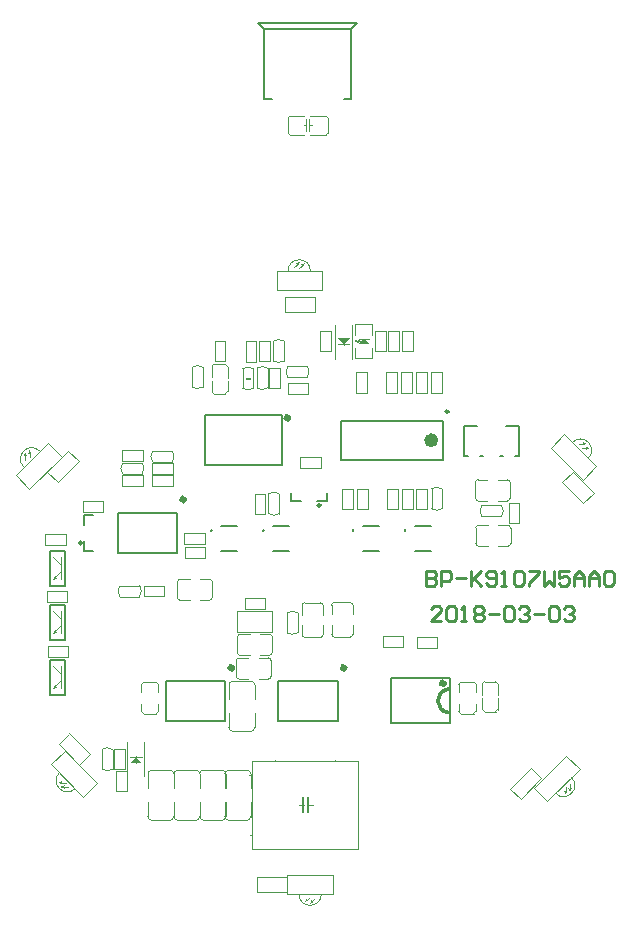
<source format=gto>
%FSLAX25Y25*%
%MOIN*%
G70*
G01*
G75*
%ADD10C,0.00787*%
%ADD11C,0.01181*%
%ADD12C,0.01969*%
%ADD13R,0.01969X0.03937*%
G04:AMPARAMS|DCode=14|XSize=19.69mil|YSize=39.37mil|CornerRadius=0mil|HoleSize=0mil|Usage=FLASHONLY|Rotation=315.000|XOffset=0mil|YOffset=0mil|HoleType=Round|Shape=Rectangle|*
%AMROTATEDRECTD14*
4,1,4,-0.02088,-0.00696,0.00696,0.02088,0.02088,0.00696,-0.00696,-0.02088,-0.02088,-0.00696,0.0*
%
%ADD14ROTATEDRECTD14*%

G04:AMPARAMS|DCode=15|XSize=19.69mil|YSize=39.37mil|CornerRadius=0mil|HoleSize=0mil|Usage=FLASHONLY|Rotation=225.000|XOffset=0mil|YOffset=0mil|HoleType=Round|Shape=Rectangle|*
%AMROTATEDRECTD15*
4,1,4,-0.00696,0.02088,0.02088,-0.00696,0.00696,-0.02088,-0.02088,0.00696,-0.00696,0.02088,0.0*
%
%ADD15ROTATEDRECTD15*%

%ADD16R,0.03937X0.04724*%
G04:AMPARAMS|DCode=17|XSize=23.62mil|YSize=35.43mil|CornerRadius=0mil|HoleSize=0mil|Usage=FLASHONLY|Rotation=45.000|XOffset=0mil|YOffset=0mil|HoleType=Round|Shape=Rectangle|*
%AMROTATEDRECTD17*
4,1,4,0.00418,-0.02088,-0.02088,0.00418,-0.00418,0.02088,0.02088,-0.00418,0.00418,-0.02088,0.0*
%
%ADD17ROTATEDRECTD17*%

G04:AMPARAMS|DCode=18|XSize=23.62mil|YSize=35.43mil|CornerRadius=0mil|HoleSize=0mil|Usage=FLASHONLY|Rotation=315.000|XOffset=0mil|YOffset=0mil|HoleType=Round|Shape=Rectangle|*
%AMROTATEDRECTD18*
4,1,4,-0.02088,-0.00418,0.00418,0.02088,0.02088,0.00418,-0.00418,-0.02088,-0.02088,-0.00418,0.0*
%
%ADD18ROTATEDRECTD18*%

%ADD19R,0.03150X0.05118*%
%ADD20R,0.04724X0.03543*%
%ADD21R,0.01969X0.02362*%
%ADD22R,0.02362X0.01969*%
%ADD23R,0.02362X0.03543*%
%ADD24R,0.03937X0.02756*%
%ADD25R,0.02756X0.04921*%
%ADD26O,0.02362X0.05512*%
%ADD27R,0.02362X0.05512*%
%ADD28O,0.02362X0.07874*%
%ADD29R,0.01575X0.03937*%
%ADD30R,0.03937X0.03543*%
%ADD31R,0.01969X0.01575*%
%ADD32O,0.07480X0.12992*%
%ADD33R,0.02362X0.07874*%
%ADD34R,0.03150X0.07874*%
%ADD35R,0.01575X0.04724*%
%ADD36R,0.03543X0.03937*%
%ADD37R,0.06693X0.03543*%
%ADD38R,0.03543X0.02362*%
%ADD39R,0.04921X0.02756*%
%ADD40O,0.15748X0.11811*%
%ADD41O,0.07874X0.11811*%
%ADD42C,0.07874*%
%ADD43C,0.05906*%
%ADD44C,0.11811*%
%ADD45C,0.03937*%
%ADD46C,0.04724*%
%ADD47R,0.24200X0.17200*%
%ADD48R,0.05300X0.03507*%
%ADD49R,0.15182X0.11426*%
%ADD50R,0.14567X0.16142*%
%ADD51R,0.05512X0.13780*%
%ADD52R,0.08661X0.14173*%
%ADD53R,0.05906X0.13780*%
%ADD54R,0.19291X0.03830*%
%ADD55R,0.06400X0.17200*%
%ADD56R,0.29300X0.12570*%
%ADD57R,0.09645X0.14900*%
%ADD58O,0.05906X0.07874*%
%ADD59C,0.02362*%
%ADD60C,0.09843*%
%ADD61O,0.07874X0.05906*%
%ADD62R,0.07874X0.05906*%
%ADD63R,0.10581X0.53500*%
%ADD64R,0.07500X0.30800*%
%ADD65C,0.00394*%
%ADD66C,0.00197*%
%ADD67C,0.02362*%
%ADD68C,0.00984*%
%ADD69C,0.01000*%
%ADD70C,0.00400*%
%ADD71C,0.00591*%
%ADD72C,0.00200*%
%ADD73C,0.00500*%
%ADD74C,0.00800*%
G36*
X-82445Y-60793D02*
X-82237Y-61335D01*
X-83698Y-60793D01*
X-82306Y-60236D01*
X-82445Y-60793D01*
D02*
G37*
G36*
X87054Y-64009D02*
X86497Y-62617D01*
X87054Y-62757D01*
X87597Y-62548D01*
X87054Y-64009D01*
D02*
G37*
G36*
X-93997Y48001D02*
X-94554Y48141D01*
X-95097Y47932D01*
X-94554Y49393D01*
X-93997Y48001D01*
D02*
G37*
G36*
X-55791Y-54181D02*
X-59791D01*
X-57791Y-52181D01*
X-55791Y-54181D01*
D02*
G37*
G36*
X-486Y-99818D02*
X46Y-100054D01*
X-1372Y-100704D01*
X-781Y-99326D01*
X-486Y-99818D01*
D02*
G37*
G36*
X1187Y-100212D02*
X1719Y-100448D01*
X302Y-101098D01*
X892Y-99720D01*
X1187Y-100212D01*
D02*
G37*
G36*
X-81541Y-62254D02*
X-81332Y-62797D01*
X-82793Y-62254D01*
X-81401Y-61697D01*
X-81541Y-62254D01*
D02*
G37*
G36*
X85593Y-64914D02*
X85036Y-63522D01*
X85593Y-63661D01*
X86136Y-63452D01*
X85593Y-64914D01*
D02*
G37*
G36*
X15265Y86174D02*
Y86843D01*
X15934D01*
X15265Y86174D01*
D02*
G37*
G36*
X19979Y85406D02*
X16633D01*
X18306Y87374D01*
X19979Y85406D01*
D02*
G37*
G36*
X-3692Y111520D02*
X-3987Y112012D01*
X-4519Y112248D01*
X-3102Y112898D01*
X-3692Y111520D01*
D02*
G37*
G36*
X-2019Y111126D02*
X-2314Y111618D01*
X-2846Y111854D01*
X-1428Y112504D01*
X-2019Y111126D01*
D02*
G37*
G36*
X93698Y50693D02*
X92306Y50136D01*
X92445Y50693D01*
X92237Y51236D01*
X93698Y50693D01*
D02*
G37*
G36*
X-92536Y48906D02*
X-93093Y49045D01*
X-93635Y48837D01*
X-93093Y50298D01*
X-92536Y48906D01*
D02*
G37*
G36*
X11556Y85371D02*
X9556Y87371D01*
X13556D01*
X11556Y85371D01*
D02*
G37*
G36*
X92793Y52154D02*
X91401Y51597D01*
X91541Y52154D01*
X91332Y52697D01*
X92793Y52154D01*
D02*
G37*
D10*
X-243Y-70728D02*
Y-65642D01*
X-1820Y-70692D02*
Y-65606D01*
X-43950Y29233D02*
X-43950Y15847D01*
X-63635Y29233D02*
X-43950Y29233D01*
X-63635Y15847D02*
X-63635Y29233D01*
Y15847D02*
X-43950D01*
X10733Y46738D02*
Y59828D01*
X44709Y46738D02*
Y59828D01*
X10753Y46738D02*
X44709D01*
X10753Y59828D02*
X44709D01*
X46950Y-26065D02*
X46950Y-41026D01*
X27265Y-26065D02*
X46950Y-26065D01*
X27265Y-41026D02*
X27265Y-26065D01*
X27265Y-41026D02*
X46950D01*
X-14967Y190335D02*
X14167D01*
Y167107D02*
Y190335D01*
X-14967Y167107D02*
Y190335D01*
X11800Y167107D02*
X14167D01*
X-14967D02*
X-12400D01*
X14167Y190335D02*
X16135Y192304D01*
X-16935D02*
X-14967Y190335D01*
X-16935Y192304D02*
X16135D01*
X-74845Y25202D02*
Y28352D01*
X-72089D01*
X-74845Y16541D02*
Y19691D01*
Y16541D02*
X-72089D01*
X-5805Y32930D02*
X-2656D01*
X-5805D02*
Y35686D01*
X2856Y32930D02*
X6005D01*
Y35686D01*
X-47538Y-40239D02*
X-27853D01*
X-47538D02*
X-47538Y-26853D01*
X-27853Y-26853D01*
X-27853D02*
X-27853Y-40239D01*
X-10136D02*
X9549D01*
X-10136D02*
X-10136Y-26853D01*
X9549Y-26853D01*
X9549D02*
X9549Y-40239D01*
D11*
X46559Y-29628D02*
G03*
X46559Y-37463I392J-3918D01*
G01*
D12*
X-41530Y33564D02*
G03*
X-41530Y33564I-423J0D01*
G01*
X45040Y-27691D02*
G03*
X45040Y-27691I-423J0D01*
G01*
X-6740Y60758D02*
G03*
X-6740Y60758I-423J0D01*
G01*
X-25432Y-22522D02*
G03*
X-25432Y-22522I-423J0D01*
G01*
X11969D02*
G03*
X11969Y-22522I-423J0D01*
G01*
D65*
X540Y109748D02*
G03*
X-6940Y109748I-3740J0D01*
G01*
X93141Y47352D02*
G03*
X87852Y52641I-2645J2645D01*
G01*
X82252Y-64357D02*
G03*
X87541Y-59068I2645J2645D01*
G01*
X-3340Y-97948D02*
G03*
X4140Y-97948I3740J0D01*
G01*
X-83141Y-57452D02*
G03*
X-77852Y-62741I2645J-2645D01*
G01*
X-89752Y49741D02*
G03*
X-95041Y44452I-2645J-2645D01*
G01*
X6213Y160787D02*
G03*
X5700Y161300I-513J-0D01*
G01*
X5700Y155187D02*
G03*
X6213Y155700I-0J513D01*
G01*
X-7005Y155714D02*
G03*
X-6492Y155201I513J0D01*
G01*
X-6500Y161300D02*
G03*
X-7013Y160787I0J-513D01*
G01*
X-37630Y-73354D02*
G03*
X-36349Y-72073I0J1281D01*
G01*
X-45011Y-72083D02*
G03*
X-43730Y-73364I1281J0D01*
G01*
X-36349Y-57891D02*
G03*
X-37630Y-56609I-1281J0D01*
G01*
X-43729Y-56619D02*
G03*
X-45010Y-57900I0J-1281D01*
G01*
X-55904Y-37068D02*
G03*
X-55137Y-37835I767J0D01*
G01*
X-50963D02*
G03*
X-50195Y-37068I0J767D01*
G01*
X-55137Y-27288D02*
G03*
X-55904Y-28055I0J-767D01*
G01*
X-50195D02*
G03*
X-50963Y-27288I-767J-0D01*
G01*
X-25390Y-26950D02*
G03*
X-26672Y-28231I0J-1281D01*
G01*
X-18010Y-28221D02*
G03*
X-19291Y-26940I-1281J0D01*
G01*
X-26672Y-42413D02*
G03*
X-25391Y-43694I1281J0D01*
G01*
X-19291Y-43685D02*
G03*
X-18010Y-42404I0J1281D01*
G01*
X-20650Y-73368D02*
G03*
X-19369Y-72087I0J1281D01*
G01*
X-28031Y-72096D02*
G03*
X-26750Y-73377I1281J0D01*
G01*
X-19369Y-57904D02*
G03*
X-20650Y-56623I-1281J0D01*
G01*
X-26750Y-56632D02*
G03*
X-28031Y-57913I0J-1281D01*
G01*
X-28971Y-73332D02*
G03*
X-27690Y-72051I0J1281D01*
G01*
X-36352Y-72061D02*
G03*
X-35071Y-73342I1281J0D01*
G01*
X-27690Y-57869D02*
G03*
X-28971Y-56587I-1281J0D01*
G01*
X-35071Y-56597D02*
G03*
X-36352Y-57878I0J-1281D01*
G01*
X55710Y-28055D02*
G03*
X54943Y-27288I-767J-0D01*
G01*
X50769D02*
G03*
X50002Y-28055I0J-767D01*
G01*
X54943Y-37835D02*
G03*
X55710Y-37068I0J767D01*
G01*
X50002D02*
G03*
X50769Y-37835I767J0D01*
G01*
X57749Y-36380D02*
G03*
X58536Y-37168I787J0D01*
G01*
X62136D02*
G03*
X62924Y-36380I-0J787D01*
G01*
Y-27955D02*
G03*
X62136Y-27168I-787J0D01*
G01*
X58536D02*
G03*
X57749Y-27955I0J-787D01*
G01*
X-46294Y-73354D02*
G03*
X-45013Y-72073I0J1281D01*
G01*
X-53675Y-72083D02*
G03*
X-52394Y-73364I1281J0D01*
G01*
X-45013Y-57891D02*
G03*
X-46294Y-56609I-1281J0D01*
G01*
X-52394Y-56619D02*
G03*
X-53675Y-57900I0J-1281D01*
G01*
X-13581Y-26262D02*
G03*
X-12597Y-25278I0J984D01*
G01*
Y-20160D02*
G03*
X-13581Y-19176I-984J0D01*
G01*
X-24211Y-25278D02*
G03*
X-23227Y-26262I984J0D01*
G01*
Y-19176D02*
G03*
X-24211Y-20160I0J-984D01*
G01*
X-13187Y-18388D02*
G03*
X-12203Y-17404I0J984D01*
G01*
Y-12286D02*
G03*
X-13187Y-11302I-984J0D01*
G01*
X-23817Y-17404D02*
G03*
X-22833Y-18388I984J0D01*
G01*
Y-11302D02*
G03*
X-23817Y-12286I0J-984D01*
G01*
X-33177Y-43D02*
G03*
X-32193Y941I0J984D01*
G01*
Y6059D02*
G03*
X-33177Y7043I-984J0D01*
G01*
X-43807Y941D02*
G03*
X-42823Y-43I984J0D01*
G01*
Y7043D02*
G03*
X-43807Y6059I0J-984D01*
G01*
X56579Y25048D02*
G03*
X55594Y24064I0J-984D01*
G01*
Y18946D02*
G03*
X56579Y17962I984J0D01*
G01*
X67209Y24064D02*
G03*
X66224Y25048I-984J0D01*
G01*
Y17962D02*
G03*
X67209Y18946I0J984D01*
G01*
X66126Y33134D02*
G03*
X67110Y34118I0J984D01*
G01*
Y39236D02*
G03*
X66126Y40220I-984J0D01*
G01*
X55496Y34118D02*
G03*
X56480Y33134I984J0D01*
G01*
Y40220D02*
G03*
X55496Y39236I0J-984D01*
G01*
X-2262Y-11400D02*
G03*
X-1278Y-12384I984J0D01*
G01*
X3840D02*
G03*
X4824Y-11400I0J984D01*
G01*
X-1278Y-770D02*
G03*
X-2262Y-1754I0J-984D01*
G01*
X4824D02*
G03*
X3840Y-770I-984J0D01*
G01*
X7557Y-11323D02*
G03*
X8541Y-12307I984J0D01*
G01*
X13659D02*
G03*
X14643Y-11323I0J984D01*
G01*
X8541Y-693D02*
G03*
X7557Y-1677I0J-984D01*
G01*
X14643D02*
G03*
X13659Y-693I-984J0D01*
G01*
X-27113Y77987D02*
G03*
X-27900Y78775I-787J0D01*
G01*
X-31500D02*
G03*
X-32287Y77987I0J-787D01*
G01*
Y69562D02*
G03*
X-31500Y68775I787J0D01*
G01*
X-27900D02*
G03*
X-27113Y69562I-0J787D01*
G01*
X16417Y-82964D02*
Y-53436D01*
X-18900D02*
X16400D01*
X-19800Y-58358D02*
X-19100D01*
X-19700Y-78100D02*
X-19200D01*
X-19000Y-82964D02*
X16400D01*
X-19016D02*
Y-53436D01*
X-11200Y-53500D02*
Y-53200D01*
X8600Y-53622D02*
Y-53222D01*
X-10779Y109748D02*
X4379D01*
Y103252D02*
Y109748D01*
X-10779Y103252D02*
Y109748D01*
Y103252D02*
X4379D01*
X-3791Y112209D02*
Y112209D01*
X-4972Y111028D02*
X-3791Y112209D01*
X-3298Y110634D02*
X-2117Y111815D01*
Y111815D01*
X92724Y50693D02*
X92724Y50693D01*
X91053Y50693D02*
X92724D01*
X90149Y52154D02*
X91819D01*
X91819D01*
X80544Y50762D02*
X91262Y40044D01*
X80544Y50762D02*
X85138Y55356D01*
X91262Y40044D02*
X95856Y44638D01*
X85138Y55356D02*
X95856Y44638D01*
X79538Y-67071D02*
X90256Y-56354D01*
X74944Y-62478D02*
X79538Y-67071D01*
X85662Y-51760D02*
X90256Y-56354D01*
X74944Y-62478D02*
X85662Y-51760D01*
X87054Y-63035D02*
Y-63035D01*
Y-61365D01*
X85593Y-63940D02*
Y-62269D01*
Y-63940D02*
X85593Y-63940D01*
X-683Y-100015D02*
Y-100015D01*
X498Y-98834D01*
X991Y-100409D02*
X2172Y-99228D01*
X991Y-100409D02*
Y-100409D01*
X-7179Y-91452D02*
X7979D01*
Y-97948D02*
Y-91452D01*
X-7179Y-97948D02*
Y-91452D01*
Y-97948D02*
X7979D01*
X-85856Y-54738D02*
X-75138Y-65456D01*
X-85856Y-54738D02*
X-81262Y-50144D01*
X-75138Y-65456D02*
X-70544Y-60862D01*
X-81262Y-50144D02*
X-70544Y-60862D01*
X-81819Y-62254D02*
X-81819D01*
X-80149D01*
X-82724Y-60793D02*
X-81054D01*
X-82724Y-60793D02*
X-82724Y-60793D01*
X-93093Y49324D02*
X-93093Y49324D01*
Y47653D02*
Y49324D01*
X-94554Y46749D02*
Y48419D01*
Y48419D01*
X-93162Y37144D02*
X-82444Y47862D01*
X-97756Y41738D02*
X-93162Y37144D01*
X-87038Y52456D02*
X-82444Y47862D01*
X-97756Y41738D02*
X-87038Y52456D01*
X495Y161300D02*
X5700D01*
X6213Y155700D02*
Y160786D01*
X495Y155200D02*
X5700D01*
X288Y158292D02*
X977D01*
X-1724Y158300D02*
X-1184Y158304D01*
X131Y156351D02*
X135Y160461D01*
X-913Y156324D02*
Y160504D01*
X-6400Y155200D02*
X-1600D01*
X-7010Y155710D02*
Y160797D01*
X-6500Y161300D02*
X-1672D01*
X67067Y-62797D02*
X73997Y-55867D01*
X74068Y-55938D02*
X77533Y-59403D01*
X70674Y-66262D02*
X77533Y-59403D01*
X67138Y-62868D02*
X70603Y-66333D01*
X-79872Y-44367D02*
X-72942Y-51297D01*
X-76478Y-54833D02*
X-73013Y-51368D01*
X-83337Y-47974D02*
X-76478Y-54833D01*
X-83407Y-47903D02*
X-79943Y-44438D01*
X-54937Y-57900D02*
Y-54378D01*
X-60646Y-57900D02*
Y-54378D01*
X-54937Y-51622D02*
Y-48100D01*
X-60646Y-51622D02*
Y-48100D01*
X-54937Y-58667D02*
Y-47333D01*
X-60646Y-58667D02*
Y-47333D01*
X-57791Y-54381D02*
Y-51981D01*
X-59691Y-52381D02*
X-55791D01*
X-83597Y39367D02*
X-76667Y46297D01*
X-87133Y42903D02*
X-83668Y39438D01*
X-87133Y42903D02*
X-80274Y49762D01*
X-80203Y49833D02*
X-76738Y46368D01*
X-7900Y101000D02*
X1900D01*
Y96000D02*
Y100900D01*
X-7800Y96000D02*
X1900D01*
X-7900D02*
Y100900D01*
X15383Y84225D02*
X15383Y80723D01*
X21091Y80723D02*
X21091Y84225D01*
X15383Y80723D02*
X21091Y80723D01*
X16208Y86052D02*
X16208Y86843D01*
X15599Y86508D02*
X16208Y86052D01*
X16673Y87202D02*
X19959Y87202D01*
X16277Y86711D02*
X16885Y86255D01*
X15383Y92058D02*
X21091Y92058D01*
X15383Y88555D02*
X15383Y92058D01*
X21091Y92058D02*
X21091Y88556D01*
X8702Y91090D02*
X8702Y87568D01*
X14410Y87568D02*
Y91090D01*
X8702Y84812D02*
X8702Y81289D01*
X14410Y84812D02*
X14410Y81289D01*
X8702Y80522D02*
Y91857D01*
X14410Y80522D02*
X14410Y91857D01*
X11556Y87571D02*
X11556Y85171D01*
X9556Y85571D02*
X13456Y85571D01*
X-23817Y-3427D02*
X-12203D01*
Y-10514D02*
Y-3427D01*
X-23817Y-10514D02*
X-12203Y-10514D01*
X-23817Y-10514D02*
Y-3428D01*
X-17200Y-92100D02*
X-7400D01*
Y-97100D02*
Y-92200D01*
X-17100Y-97100D02*
X-7400D01*
X-17200D02*
Y-92200D01*
X84467Y39297D02*
X91397Y32367D01*
X84538Y39368D02*
X88003Y42833D01*
X94862Y35974D01*
X91468Y32438D02*
X94933Y35903D01*
X-43831Y-73354D02*
X-37630D01*
X-45012Y-67349D02*
X-45011Y-72083D01*
X-36349Y-72073D02*
X-36347Y-67349D01*
X-45012Y-62624D02*
X-45011Y-57900D01*
X-36349Y-57891D02*
X-36347Y-62624D01*
X-43729Y-56619D02*
X-37528D01*
X-55904Y-37068D02*
Y-34628D01*
X-55116Y-37835D02*
X-50963D01*
X-50195Y-37068D02*
Y-34628D01*
X-55904Y-30494D02*
Y-28055D01*
X-55137Y-27288D02*
X-50983D01*
X-50195Y-30494D02*
Y-28055D01*
X-25390Y-26950D02*
X-19190D01*
X-18010Y-28221D02*
X-18009Y-32955D01*
X-26673D02*
X-26672Y-28231D01*
X-18010Y-42404D02*
X-18009Y-37679D01*
X-26673D02*
X-26672Y-42413D01*
X-25492Y-43685D02*
X-19291D01*
X-26851Y-73368D02*
X-20650D01*
X-28032Y-67362D02*
X-28031Y-72096D01*
X-19369Y-72087D02*
X-19368Y-67362D01*
X-28032Y-62638D02*
X-28031Y-57913D01*
X-19369Y-57904D02*
X-19368Y-62638D01*
X-26750Y-56632D02*
X-20549D01*
X-35172Y-73332D02*
X-28971D01*
X-36353Y-67327D02*
X-36352Y-72061D01*
X-27690Y-72051D02*
X-27689Y-67327D01*
X-36353Y-62602D02*
X-36352Y-57878D01*
X-27690Y-57869D02*
X-27689Y-62602D01*
X-35071Y-56597D02*
X-28870D01*
X55710Y-30494D02*
Y-28055D01*
X50769Y-27288D02*
X54923D01*
X50002Y-30494D02*
Y-28055D01*
X55710Y-37068D02*
Y-34628D01*
X50789Y-37835D02*
X54943D01*
X50002Y-37068D02*
Y-34628D01*
X58636Y-37168D02*
X62236D01*
X57736Y-36268D02*
Y-32568D01*
X62936Y-36468D02*
Y-32668D01*
Y-31568D02*
Y-27868D01*
X57736Y-31568D02*
Y-28068D01*
X58636Y-27168D02*
X62236D01*
X-52495Y-73354D02*
X-46294D01*
X-53676Y-67349D02*
X-53675Y-72083D01*
X-45013Y-72073D02*
X-45012Y-67349D01*
X-53676Y-62624D02*
X-53675Y-57900D01*
X-45013Y-57891D02*
X-45012Y-62624D01*
X-52394Y-56619D02*
X-46193D01*
X-16632Y-26262D02*
X-13581D01*
X-12597Y-25278D02*
Y-20061D01*
X-16632Y-19175D02*
X-13581D01*
X-23227Y-26262D02*
X-20176D01*
X-24211Y-25376D02*
Y-20160D01*
X-23227Y-19175D02*
X-20176D01*
X-16239Y-18388D02*
X-13187D01*
X-12203Y-17404D02*
Y-12187D01*
X-16239Y-11302D02*
X-13187D01*
X-22833Y-18388D02*
X-19782D01*
X-23817Y-17502D02*
Y-12286D01*
X-22833Y-11302D02*
X-19782D01*
X-36228Y-43D02*
X-33177D01*
X-32193Y941D02*
Y6157D01*
X-36228Y7043D02*
X-33177D01*
X-42823Y-43D02*
X-39772D01*
X-43807Y843D02*
Y6059D01*
X-42823Y7043D02*
X-39772D01*
X56579Y25049D02*
X59630D01*
X55594Y18848D02*
Y24064D01*
X56579Y17962D02*
X59630D01*
X63173Y25049D02*
X66224D01*
X67209Y18946D02*
Y24163D01*
X63173Y17962D02*
X66224D01*
X63075Y33134D02*
X66126D01*
X67110Y34118D02*
Y39334D01*
X63075Y40220D02*
X66126D01*
X56480Y33134D02*
X59531D01*
X55496Y34020D02*
Y39236D01*
X56480Y40220D02*
X59531D01*
X-2262Y-11400D02*
Y-8349D01*
X-1278Y-12384D02*
X3939D01*
X4825Y-11400D02*
Y-8349D01*
X-2262Y-4806D02*
Y-1754D01*
X-1376Y-770D02*
X3840D01*
X4825Y-4806D02*
Y-1754D01*
X7557Y-11323D02*
Y-8272D01*
X8541Y-12307D02*
X13758D01*
X14643Y-11323D02*
Y-8272D01*
X7557Y-4728D02*
Y-1677D01*
X8443Y-693D02*
X13659D01*
X14643Y-4728D02*
Y-1677D01*
X-31600Y78775D02*
X-28000D01*
X-27100Y74175D02*
Y77875D01*
X-32300Y74275D02*
Y78075D01*
Y69475D02*
Y73175D01*
X-27100Y69675D02*
Y73175D01*
X-31600Y68775D02*
X-28000D01*
D66*
X-63014Y4814D02*
G03*
X-63004Y1232I2596J-1784D01*
G01*
X-56425Y1281D02*
G03*
X-56400Y4811I-2596J1784D01*
G01*
X-62126Y45714D02*
G03*
X-62116Y42132I2596J-1784D01*
G01*
X-55537Y42181D02*
G03*
X-55512Y45711I-2596J1784D01*
G01*
X-486Y74361D02*
G03*
X-496Y77943I-2596J1784D01*
G01*
X-7075Y77894D02*
G03*
X-7100Y74363I2596J-1784D01*
G01*
X-52087Y49750D02*
G03*
X-52077Y46168I2596J-1784D01*
G01*
X-45498Y46217D02*
G03*
X-45473Y49747I-2596J1784D01*
G01*
X-22100Y70604D02*
G03*
X-18625Y70665I1691J2657D01*
G01*
X-18500Y77204D02*
G03*
X-22045Y77220I-1784J-2596D01*
G01*
X-9886Y35489D02*
G03*
X-13468Y35479I-1784J-2596D01*
G01*
X-13419Y28900D02*
G03*
X-9889Y28875I1784J2596D01*
G01*
X-17314Y70761D02*
G03*
X-13732Y70771I1784J2596D01*
G01*
X-13781Y77350D02*
G03*
X-17311Y77375I-1784J-2596D01*
G01*
X-35386Y77689D02*
G03*
X-38968Y77679I-1784J-2596D01*
G01*
X-38919Y71100D02*
G03*
X-35389Y71075I1784J2596D01*
G01*
X40925Y30530D02*
G03*
X44507Y30540I1784J2596D01*
G01*
X44458Y37119D02*
G03*
X40928Y37144I-1784J-2596D01*
G01*
X64224Y27987D02*
G03*
X64214Y31569I-2596J1784D01*
G01*
X57635Y31520D02*
G03*
X57609Y27990I2596J-1784D01*
G01*
X-7314Y-10814D02*
G03*
X-3732Y-10804I1784J2596D01*
G01*
X-3781Y-4225D02*
G03*
X-7311Y-4200I-1784J-2596D01*
G01*
X-8309Y86389D02*
G03*
X-11891Y86379I-1784J-2596D01*
G01*
X-11842Y79800D02*
G03*
X-8312Y79775I1784J2596D01*
G01*
X-68942Y-56302D02*
G03*
X-65359Y-56292I1784J2596D01*
G01*
X-65408Y-49713D02*
G03*
X-68939Y-49688I-1784J-2596D01*
G01*
X-87300Y-624D02*
Y2876D01*
Y-624D02*
X-80500D01*
Y2976D01*
X-87300D02*
X-80500D01*
X-87000Y-15324D02*
X-80200D01*
Y-18924D02*
Y-15324D01*
X-87000Y-18924D02*
X-80200D01*
X-87000D02*
Y-15424D01*
X-81100Y18676D02*
Y22176D01*
X-87900D02*
X-81100D01*
X-87900Y18576D02*
Y22176D01*
Y18576D02*
X-81100D01*
X66590Y25600D02*
Y32400D01*
X70190D01*
Y25600D02*
Y32400D01*
X66690Y25600D02*
X70190D01*
X-31416Y86508D02*
X-27916D01*
X-31416Y79708D02*
Y86508D01*
Y79708D02*
X-27816D01*
Y86508D01*
X31000Y30444D02*
Y37244D01*
X34600D01*
Y30444D02*
Y37244D01*
X31100Y30444D02*
X34600D01*
X26080D02*
X29580D01*
Y37244D01*
X25980D02*
X29580D01*
X25980Y30444D02*
Y37244D01*
X39423Y30444D02*
Y37244D01*
X35823Y30444D02*
X39423D01*
X35823D02*
Y37244D01*
X39323D01*
X11119Y30444D02*
X14619D01*
Y37244D01*
X11020D02*
X14619D01*
X11020Y30444D02*
Y37244D01*
X16039Y30444D02*
Y37244D01*
X19639D01*
Y30444D02*
Y37244D01*
X16139Y30444D02*
X19639D01*
X15842Y76024D02*
X19342D01*
X15842Y69224D02*
Y76024D01*
Y69224D02*
X19442D01*
Y76024D01*
X34403Y69224D02*
Y76024D01*
X30803Y69224D02*
X34403D01*
X30803D02*
Y76024D01*
X34303D01*
X25783D02*
X29283D01*
X25783Y69224D02*
Y76024D01*
Y69224D02*
X29383D01*
Y76024D01*
X39423Y69224D02*
Y76024D01*
X35823Y69224D02*
X39423D01*
X35823D02*
Y76024D01*
X39323D01*
X40842D02*
X44342D01*
X40842Y69224D02*
Y76024D01*
Y69224D02*
X44442D01*
Y76024D01*
X36070Y-12257D02*
X42870D01*
Y-15857D02*
Y-12257D01*
X36070Y-15857D02*
X42870D01*
X36070D02*
Y-12358D01*
X31453Y-15364D02*
Y-11864D01*
X24653D02*
X31453D01*
X24653Y-15464D02*
Y-11864D01*
Y-15464D02*
X31453D01*
X-41400Y17647D02*
X-34600D01*
Y14047D02*
Y17647D01*
X-41400Y14047D02*
X-34600D01*
X-41400D02*
Y17547D01*
X26280Y89908D02*
X29779D01*
X26280Y83108D02*
Y89908D01*
Y83108D02*
X29880D01*
Y89908D01*
X31004Y83108D02*
Y89908D01*
X34604D01*
Y83108D02*
Y89908D01*
X31104Y83108D02*
X34604D01*
X22049D02*
X25549D01*
Y89908D01*
X21949D02*
X25549D01*
X21949Y83108D02*
Y89908D01*
X7439Y82986D02*
Y89786D01*
X3839Y82986D02*
X7439D01*
X3839D02*
Y89786D01*
X7339D01*
X-34720Y18800D02*
Y22300D01*
X-41520D02*
X-34720D01*
X-41520Y18700D02*
Y22300D01*
Y18700D02*
X-34720D01*
X-13100Y79620D02*
Y86421D01*
X-16700Y79620D02*
X-13100D01*
X-16700D02*
Y86421D01*
X-13200D01*
X-75400Y29500D02*
Y33000D01*
Y29500D02*
X-68600D01*
Y33100D01*
X-75400D02*
X-68600D01*
X-21100Y79507D02*
Y86307D01*
X-17500D01*
Y79507D02*
Y86307D01*
X-21000Y79507D02*
X-17500D01*
X-18000Y28675D02*
X-14500D01*
Y35475D01*
X-18100D02*
X-14500D01*
X-18100Y28675D02*
Y35475D01*
X-13300Y70675D02*
Y77475D01*
X-9700D01*
Y70675D02*
Y77475D01*
X-13200Y70675D02*
X-9700D01*
X-52173Y38063D02*
Y41563D01*
Y38063D02*
X-45373D01*
Y41663D01*
X-52173D02*
X-45373D01*
X-62212Y41663D02*
X-55412D01*
Y38063D02*
Y41663D01*
X-62212Y38063D02*
X-55412D01*
X-62212D02*
Y41563D01*
X-52173Y42099D02*
Y45599D01*
Y42099D02*
X-45373D01*
Y45699D01*
X-52173D02*
X-45373D01*
X-7100Y68775D02*
X-300D01*
X-7100D02*
Y72375D01*
X-300D01*
Y68875D02*
Y72375D01*
X-55400Y46500D02*
Y50000D01*
X-62200D02*
X-55400D01*
X-62200Y46400D02*
Y50000D01*
Y46400D02*
X-55400D01*
X-61306Y-56400D02*
Y-49600D01*
X-64906Y-56400D02*
X-61306D01*
X-64906D02*
Y-49600D01*
X-61406D01*
X-2800Y44175D02*
Y47675D01*
Y44175D02*
X4000D01*
Y47775D01*
X-2800D02*
X4000D01*
X-64260Y-63700D02*
Y-56900D01*
X-60660D01*
Y-63700D02*
Y-56900D01*
X-64160Y-63700D02*
X-60660D01*
X-48300Y1400D02*
Y4900D01*
X-55100D02*
X-48300D01*
X-55100Y1300D02*
Y4900D01*
Y1300D02*
X-48300D01*
X-21322Y-2865D02*
X-14522D01*
X-21322D02*
Y735D01*
X-14522D01*
Y-2765D02*
Y735D01*
X-62994Y4814D02*
X-56398Y4814D01*
X-62916Y1214D02*
X-56472Y1214D01*
X-62107Y45714D02*
X-55510Y45714D01*
X-62028Y42114D02*
X-55584Y42114D01*
X-7102Y74361D02*
X-506Y74361D01*
X-7028Y77961D02*
X-584Y77961D01*
X-52067Y49750D02*
X-45470Y49750D01*
X-51989Y46150D02*
X-45544Y46149D01*
X-18500Y70804D02*
Y77204D01*
X-22100Y70604D02*
X-22100Y77204D01*
X-20953Y74228D02*
X-19642Y74226D01*
X-20962Y73808D02*
X-19651Y73806D01*
X-9886Y28872D02*
X-9886Y35469D01*
X-13486Y28946D02*
X-13486Y35391D01*
X-17314Y70780D02*
X-17314Y77377D01*
X-13714Y70859D02*
X-13714Y77303D01*
X-35386Y71072D02*
X-35386Y77669D01*
X-38986Y71147D02*
X-38986Y77591D01*
X40925Y30550D02*
X40925Y37146D01*
X44525Y30628D02*
X44525Y37072D01*
X57607Y27987D02*
X64204Y27987D01*
X57681Y31587D02*
X64125Y31587D01*
X-7314Y-10795D02*
X-7314Y-4198D01*
X-3714Y-10716D02*
X-3714Y-4272D01*
X-8309Y79772D02*
X-8309Y86369D01*
X-11910Y79847D02*
X-11909Y86291D01*
X-68942Y-56282D02*
X-68941Y-49685D01*
X-65342Y-56204D02*
X-65341Y-49760D01*
D67*
X41953Y53332D02*
G03*
X41953Y53332I-1181J0D01*
G01*
D68*
X46560Y62880D02*
G03*
X46560Y62880I-492J0D01*
G01*
X-75632Y19100D02*
G03*
X-75632Y19100I-492J0D01*
G01*
X3939Y31650D02*
G03*
X3939Y31650I-492J0D01*
G01*
D69*
X-15163Y23160D02*
G03*
X-15163Y23160I-32J0D01*
G01*
X-32486D02*
G03*
X-32486Y23160I-32J0D01*
G01*
X14758D02*
G03*
X14758Y23160I-32J0D01*
G01*
X32081D02*
G03*
X32081Y23160I-32J0D01*
G01*
X44175Y-7000D02*
X40842D01*
X44175Y-3668D01*
Y-2835D01*
X43341Y-2002D01*
X41675D01*
X40842Y-2835D01*
X45841D02*
X46674Y-2002D01*
X48340D01*
X49173Y-2835D01*
Y-6167D01*
X48340Y-7000D01*
X46674D01*
X45841Y-6167D01*
Y-2835D01*
X50839Y-7000D02*
X52505D01*
X51672D01*
Y-2002D01*
X50839Y-2835D01*
X55004D02*
X55838Y-2002D01*
X57504D01*
X58337Y-2835D01*
Y-3668D01*
X57504Y-4501D01*
X58337Y-5334D01*
Y-6167D01*
X57504Y-7000D01*
X55838D01*
X55004Y-6167D01*
Y-5334D01*
X55838Y-4501D01*
X55004Y-3668D01*
Y-2835D01*
X55838Y-4501D02*
X57504D01*
X60003D02*
X63335D01*
X65001Y-2835D02*
X65834Y-2002D01*
X67500D01*
X68333Y-2835D01*
Y-6167D01*
X67500Y-7000D01*
X65834D01*
X65001Y-6167D01*
Y-2835D01*
X69999D02*
X70833Y-2002D01*
X72499D01*
X73332Y-2835D01*
Y-3668D01*
X72499Y-4501D01*
X71666D01*
X72499D01*
X73332Y-5334D01*
Y-6167D01*
X72499Y-7000D01*
X70833D01*
X69999Y-6167D01*
X74998Y-4501D02*
X78330D01*
X79996Y-2835D02*
X80829Y-2002D01*
X82495D01*
X83329Y-2835D01*
Y-6167D01*
X82495Y-7000D01*
X80829D01*
X79996Y-6167D01*
Y-2835D01*
X84995D02*
X85828Y-2002D01*
X87494D01*
X88327Y-2835D01*
Y-3668D01*
X87494Y-4501D01*
X86661D01*
X87494D01*
X88327Y-5334D01*
Y-6167D01*
X87494Y-7000D01*
X85828D01*
X84995Y-6167D01*
X39200Y9898D02*
Y4900D01*
X41699D01*
X42532Y5733D01*
Y6566D01*
X41699Y7399D01*
X39200D01*
X41699D01*
X42532Y8232D01*
Y9065D01*
X41699Y9898D01*
X39200D01*
X44198Y4900D02*
Y9898D01*
X46698D01*
X47531Y9065D01*
Y7399D01*
X46698Y6566D01*
X44198D01*
X49197Y7399D02*
X52529D01*
X54195Y9898D02*
Y4900D01*
Y6566D01*
X57527Y9898D01*
X55028Y7399D01*
X57527Y4900D01*
X59193Y5733D02*
X60027Y4900D01*
X61693D01*
X62526Y5733D01*
Y9065D01*
X61693Y9898D01*
X60027D01*
X59193Y9065D01*
Y8232D01*
X60027Y7399D01*
X62526D01*
X64192Y4900D02*
X65858D01*
X65025D01*
Y9898D01*
X64192Y9065D01*
X68357D02*
X69190Y9898D01*
X70856D01*
X71689Y9065D01*
Y5733D01*
X70856Y4900D01*
X69190D01*
X68357Y5733D01*
Y9065D01*
X73356Y9898D02*
X76688D01*
Y9065D01*
X73356Y5733D01*
Y4900D01*
X78354Y9898D02*
Y4900D01*
X80020Y6566D01*
X81686Y4900D01*
Y9898D01*
X86685D02*
X83352D01*
Y7399D01*
X85018Y8232D01*
X85852D01*
X86685Y7399D01*
Y5733D01*
X85852Y4900D01*
X84185D01*
X83352Y5733D01*
X88351Y4900D02*
Y8232D01*
X90017Y9898D01*
X91683Y8232D01*
Y4900D01*
Y7399D01*
X88351D01*
X93349Y4900D02*
Y8232D01*
X95015Y9898D01*
X96681Y8232D01*
Y4900D01*
Y7399D01*
X93349D01*
X98348Y9065D02*
X99181Y9898D01*
X100847D01*
X101680Y9065D01*
Y5733D01*
X100847Y4900D01*
X99181D01*
X98348Y5733D01*
Y9065D01*
D70*
X-360Y-68172D02*
X1271D01*
X-3334Y-68135D02*
X-1702D01*
D71*
X-81141Y-31569D02*
Y-19758D01*
X-86259Y-31569D02*
X-81141D01*
X-86259D02*
Y-19758D01*
X-86259D02*
X-81141D01*
X-81141Y-13292D02*
Y-1481D01*
X-86259Y-13292D02*
X-81141D01*
X-86259D02*
Y-1481D01*
X-86259D02*
X-81141D01*
X-81141Y4708D02*
Y16519D01*
X-86259Y4708D02*
X-81141D01*
X-86259D02*
Y16519D01*
X-86259D02*
X-81141D01*
X-34535Y61644D02*
X-8944D01*
Y45109D02*
Y61644D01*
X-34535Y45109D02*
X-8944D01*
X-34535D02*
Y61644D01*
D72*
X-82574Y-29317D02*
Y-22005D01*
X-82578Y-25183D02*
X-82574D01*
X-85306Y-21915D02*
X-82645Y-24576D01*
X-82598Y-26632D02*
X-82574D01*
X-85287Y-29320D02*
X-82598Y-26632D01*
X-85287Y-29320D02*
X-84141Y-28769D01*
X-85287Y-29320D02*
X-84771Y-28092D01*
X-82574Y-11040D02*
Y-3729D01*
X-82578Y-6906D02*
X-82574D01*
X-85306Y-3639D02*
X-82645Y-6300D01*
X-82598Y-8355D02*
X-82574D01*
X-85287Y-11044D02*
X-82598Y-8355D01*
X-85287Y-11044D02*
X-84141Y-10493D01*
X-85287Y-11044D02*
X-84771Y-9816D01*
X-82574Y6960D02*
Y14271D01*
X-82578Y11094D02*
X-82574D01*
X-85306Y14361D02*
X-82645Y11700D01*
X-82598Y9645D02*
X-82574D01*
X-85287Y6956D02*
X-82598Y9645D01*
X-85287Y6956D02*
X-84141Y7507D01*
X-85287Y6956D02*
X-84771Y8184D01*
D73*
X-11958Y16575D02*
X-6682D01*
X-11958Y24775D02*
X-6690D01*
X-29280Y16575D02*
X-24005D01*
X-29280Y24775D02*
X-24013D01*
X17964Y16575D02*
X23239D01*
X17964Y24775D02*
X23232D01*
X35287Y16575D02*
X40562D01*
X35287Y24775D02*
X40554D01*
D74*
X51854Y57937D02*
X56185D01*
X65634D02*
X69965Y57937D01*
X63665Y48094D02*
X64846Y48094D01*
X56972D02*
X58154D01*
X68783D02*
X69965D01*
X51854D02*
X53035D01*
X51854D02*
Y57937D01*
X69965Y57937D02*
X69965Y48094D01*
M02*

</source>
